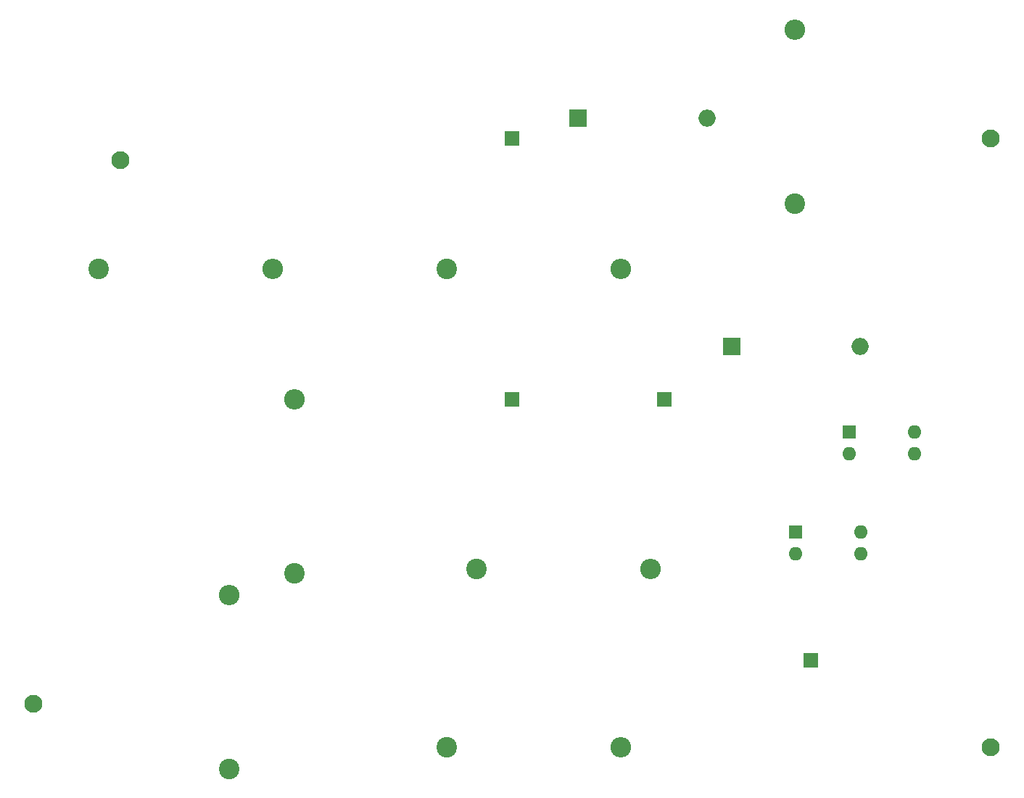
<source format=gbr>
%TF.GenerationSoftware,KiCad,Pcbnew,7.0.1*%
%TF.CreationDate,2023-11-23T18:30:04+05:30*%
%TF.ProjectId,assign2,61737369-676e-4322-9e6b-696361645f70,rev?*%
%TF.SameCoordinates,Original*%
%TF.FileFunction,Soldermask,Top*%
%TF.FilePolarity,Negative*%
%FSLAX46Y46*%
G04 Gerber Fmt 4.6, Leading zero omitted, Abs format (unit mm)*
G04 Created by KiCad (PCBNEW 7.0.1) date 2023-11-23 18:30:04*
%MOMM*%
%LPD*%
G01*
G04 APERTURE LIST*
%ADD10R,1.600000X1.600000*%
%ADD11O,1.600000X1.600000*%
%ADD12C,2.400000*%
%ADD13O,2.400000X2.400000*%
%ADD14R,1.700000X1.700000*%
%ADD15C,2.100000*%
%ADD16R,2.000000X2.000000*%
%ADD17O,2.000000X2.000000*%
G04 APERTURE END LIST*
D10*
%TO.C,U2*%
X137230000Y-84145000D03*
D11*
X137230000Y-86685000D03*
X144850000Y-86685000D03*
X144850000Y-84145000D03*
%TD*%
D10*
%TO.C,U1*%
X143520000Y-72385000D03*
D11*
X143520000Y-74925000D03*
X151140000Y-74925000D03*
X151140000Y-72385000D03*
%TD*%
D12*
%TO.C,R7*%
X96520000Y-109220000D03*
D13*
X116840000Y-109220000D03*
%TD*%
D12*
%TO.C,R6*%
X99960000Y-88395000D03*
D13*
X120280000Y-88395000D03*
%TD*%
D12*
%TO.C,R5*%
X71120000Y-111760000D03*
D13*
X71120000Y-91440000D03*
%TD*%
D12*
%TO.C,R4*%
X78740000Y-88900000D03*
D13*
X78740000Y-68580000D03*
%TD*%
D12*
%TO.C,R3*%
X137160000Y-45720000D03*
D13*
X137160000Y-25400000D03*
%TD*%
D12*
%TO.C,R2*%
X96520000Y-53340000D03*
D13*
X116840000Y-53340000D03*
%TD*%
D12*
%TO.C,R1*%
X55880000Y-53340000D03*
D13*
X76200000Y-53340000D03*
%TD*%
D14*
%TO.C,J5*%
X139020000Y-99085000D03*
%TD*%
%TO.C,J3*%
X104140000Y-38100000D03*
%TD*%
%TO.C,J2*%
X121920000Y-68580000D03*
%TD*%
%TO.C,J1*%
X104140000Y-68580000D03*
%TD*%
D15*
%TO.C,H4*%
X160020000Y-109220000D03*
%TD*%
%TO.C,H3*%
X48260000Y-104140000D03*
%TD*%
%TO.C,H2*%
X160020000Y-38100000D03*
%TD*%
%TO.C,H1*%
X58420000Y-40640000D03*
%TD*%
D16*
%TO.C,C2*%
X129780000Y-62415000D03*
D17*
X144780000Y-62415000D03*
%TD*%
D16*
%TO.C,C1*%
X111880000Y-35802500D03*
D17*
X126880000Y-35802500D03*
%TD*%
M02*

</source>
